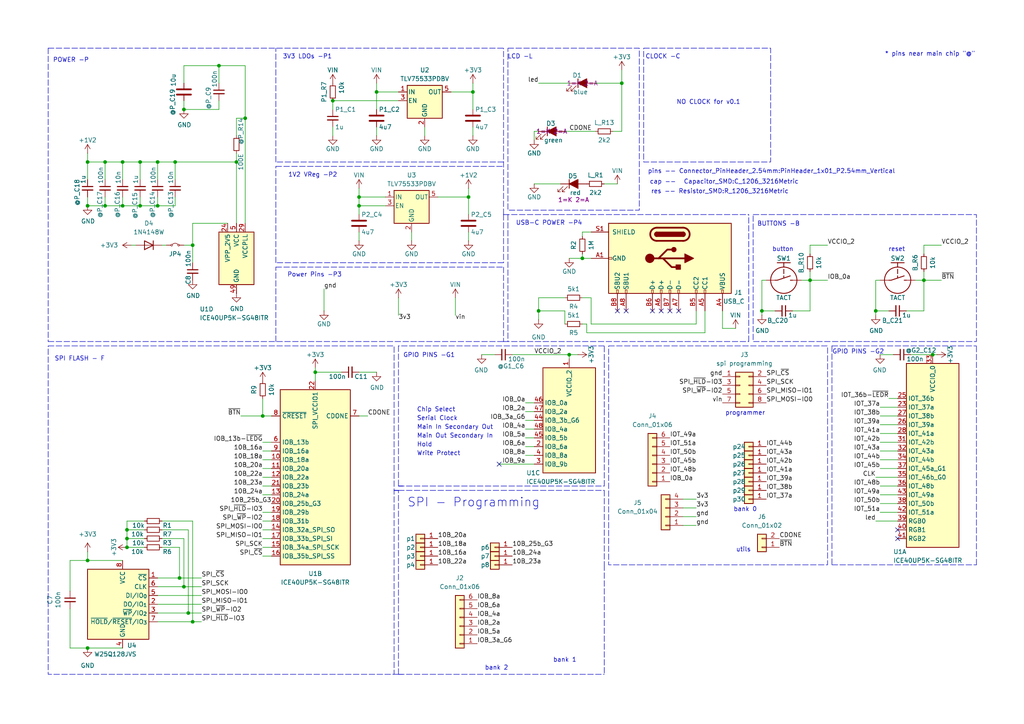
<source format=kicad_sch>
(kicad_sch (version 20250114) (generator "eeschema") (generator_version "9.0")
  (paper "A4")
  (rectangle (start 186.69 13.97) (end 223.52 46.99) (stroke (width 0) (type dash)))
  (rectangle (start 13.97 100.33) (end 114.3 195.58) (stroke (width 0) (type dash)))
  (rectangle (start 218.44 62.23) (end 283.21 99.06) (stroke (width 0) (type dash)))
  (rectangle (start 147.32 13.97) (end 185.42 60.96) (stroke (width 0) (type dash)))
  (rectangle (start 176.53 100.33) (end 240.03 163.83) (stroke (width 0) (type dash)))
  (text "bank 1" (at 163.83 191.516 0) (effects (font (size 1.27 1.27))))
  (text "bank 2" (at 144.018 193.802 0) (effects (font (size 1.27 1.27))))
  (text "USB-C POWER -P4" (at 159.258 64.77 0) (effects (font (size 1.27 1.27))))
  (text "POWER -P\n\n" (at 20.574 18.542 0) (effects (font (size 1.27 1.27))))
  (text "cap --	Capacitor_SMD:C_1206_3216Metric" (at 210.058 52.832 0) (effects (font (size 1.27 1.27))))
  (text "res -- Resistor_SMD:R_1206_3216Metric\n" (at 208.788 55.626 0) (effects (font (size 1.27 1.27))))
  (text "Serial Clock" (at 120.904 122.174 0) (effects (font (size 1.27 1.27)) (justify left bottom)))
  (text "Main In Secondary Out" (at 120.904 124.714 0) (effects (font (size 1.27 1.27)) (justify left bottom)))
  (text "pins -- Connector_PinHeader_2.54mm:PinHeader_1x01_P2.54mm_Vertical" (at 223.774 49.784 0) (effects (font (size 1.27 1.27))))
  (text "button\n" (at 227.076 72.39 0) (effects (font (size 1.27 1.27))))
  (text "1V2 VReg -P2\n" (at 83.566 51.562 0) (effects (font (size 1.27 1.27)) (justify left bottom)))
  (text "GPIO PINS -G2" (at 248.92 102.108 0) (effects (font (size 1.27 1.27))))
  (text "Power Pins -P3\n" (at 83.312 80.518 0) (effects (font (size 1.27 1.27)) (justify left bottom)))
  (text "CLOCK -C" (at 192.278 16.51 0) (effects (font (size 1.27 1.27))))
  (text "reset" (at 260.096 72.39 0) (effects (font (size 1.27 1.27))))
  (text "Write Protect" (at 120.904 132.334 0) (effects (font (size 1.27 1.27)) (justify left bottom)))
  (text "Main Out Secondary In" (at 120.904 127.254 0) (effects (font (size 1.27 1.27)) (justify left bottom)))
  (text "LCD -L" (at 150.876 16.51 0) (effects (font (size 1.27 1.27))))
  (text "utils\n" (at 215.646 159.512 0) (effects (font (size 1.27 1.27))))
  (text "programmer" (at 216.154 119.888 0) (effects (font (size 1.27 1.27))))
  (text "SPI - Programming" (at 118.11 147.32 0) (effects (font (size 2.54 2.54)) (justify left bottom)))
  (text "Hold" (at 120.904 129.794 0) (effects (font (size 1.27 1.27)) (justify left bottom)))
  (text "NO CLOCK for v0.1" (at 205.486 29.718 0) (effects (font (size 1.27 1.27))))
  (text "BUTTONS -B\n" (at 225.806 65.024 0) (effects (font (size 1.27 1.27))))
  (text "3V3 LDOs -P1" (at 89.154 16.51 0) (effects (font (size 1.27 1.27))))
  (text "bank 0" (at 216.154 147.828 0) (effects (font (size 1.27 1.27))))
  (text "Chip Select" (at 120.904 119.634 0) (effects (font (size 1.27 1.27)) (justify left bottom)))
  (text "GPIO PINS -G1" (at 124.46 103.124 0) (effects (font (size 1.27 1.27))))
  (text "SPI FLASH - F\n" (at 23.114 104.14 0) (effects (font (size 1.27 1.27))))
  (text "* pins near main chip \"@\"" (at 269.748 15.748 0) (effects (font (size 1.27 1.27))))
  (junction (at 30.48 59.69))
  (junction (at 50.8 46.99))
  (junction (at 137.16 26.67))
  (junction (at 52.07 167.64))
  (junction (at 30.48 46.99))
  (junction (at 168.91 74.93))
  (junction (at 25.4 59.69))
  (junction (at 165.1 102.87))
  (junction (at 40.64 46.99))
  (junction (at 68.58 46.99))
  (junction (at 156.21 90.17))
  (junction (at 35.56 46.99))
  (junction (at 109.22 26.67))
  (junction (at 71.12 34.29))
  (junction (at 270.51 102.87))
  (junction (at 53.34 170.18))
  (junction (at 220.98 90.17))
  (junction (at 234.95 81.28))
  (junction (at 25.4 46.99))
  (junction (at 36.83 158.75))
  (junction (at 36.83 156.21))
  (junction (at 104.14 57.15))
  (junction (at 45.72 59.69))
  (junction (at 40.64 59.69))
  (junction (at 63.5 19.05))
  (junction (at 45.72 46.99))
  (junction (at 76.2 120.65))
  (junction (at 254 90.17))
  (junction (at 54.61 177.8))
  (junction (at 135.89 57.15))
  (junction (at 25.4 162.56))
  (junction (at 180.34 24.13))
  (junction (at 53.34 31.75))
  (junction (at 35.56 59.69))
  (junction (at 104.14 59.69))
  (junction (at 25.4 187.96))
  (junction (at 267.97 81.28))
  (junction (at 55.88 180.34))
  (junction (at 36.83 153.67))
  (junction (at 55.88 71.12))
  (junction (at 91.44 107.95))
  (junction (at 96.52 29.21))
  (no_connect (at 191.77 90.17))
  (no_connect (at 144.78 134.62))
  (no_connect (at 196.85 90.17))
  (no_connect (at 194.31 90.17))
  (no_connect (at 260.35 153.67))
  (no_connect (at 181.61 90.17))
  (no_connect (at 260.35 156.21))
  (no_connect (at 189.23 90.17))
  (no_connect (at 179.07 90.17))
  (polyline (pts (xy 175.26 163.83) (xy 175.26 195.58)) (stroke (width 0) (type dash)))
  (polyline (pts (xy 241.3 100.33) (xy 283.21 100.33)) (stroke (width 0) (type dash)))
  (wire (pts (xy 163.83 38.1) (xy 172.72 38.1)))
  (wire (pts (xy 172.72 24.13) (xy 180.34 24.13)))
  (wire (pts (xy 156.21 24.13) (xy 165.1 24.13)))
  (wire (pts (xy 25.4 187.96) (xy 35.56 187.96)))
  (wire (pts (xy 204.47 90.17) (xy 204.47 96.52)))
  (polyline (pts (xy 13.97 13.97) (xy 146.05 13.97)) (stroke (width 0) (type dash)))
  (wire (pts (xy 115.57 86.36) (xy 115.57 91.44)))
  (wire (pts (xy 254 90.17) (xy 257.81 90.17)))
  (wire (pts (xy 180.34 20.32) (xy 180.34 24.13)))
  (wire (pts (xy 93.98 83.82) (xy 93.98 90.17)))
  (wire (pts (xy 171.45 93.98) (xy 171.45 86.36)))
  (wire (pts (xy 135.89 57.15) (xy 135.89 62.23)))
  (wire (pts (xy 156.21 92.71) (xy 156.21 90.17)))
  (wire (pts (xy 104.14 120.65) (xy 106.68 120.65)))
  (wire (pts (xy 25.4 59.69) (xy 30.48 59.69)))
  (wire (pts (xy 234.95 90.17) (xy 234.95 81.28)))
  (wire (pts (xy 96.52 29.21) (xy 115.57 29.21)))
  (wire (pts (xy 201.93 93.98) (xy 171.45 93.98)))
  (polyline (pts (xy 13.97 13.97) (xy 13.97 99.06)) (stroke (width 0) (type dash)))
  (wire (pts (xy 104.14 57.15) (xy 111.76 57.15)))
  (wire (pts (xy 168.91 73.66) (xy 168.91 74.93)))
  (wire (pts (xy 255.27 133.35) (xy 260.35 133.35)))
  (polyline (pts (xy 115.57 100.33) (xy 115.57 140.97)) (stroke (width 0) (type dash)))
  (wire (pts (xy 109.22 26.67) (xy 109.22 24.13)))
  (wire (pts (xy 68.58 39.37) (xy 68.58 34.29)))
  (wire (pts (xy 20.32 162.56) (xy 25.4 162.56)))
  (wire (pts (xy 55.88 76.2) (xy 55.88 71.12)))
  (wire (pts (xy 71.12 34.29) (xy 71.12 64.77)))
  (wire (pts (xy 76.2 115.57) (xy 76.2 120.65)))
  (wire (pts (xy 220.98 90.17) (xy 220.98 81.28)))
  (wire (pts (xy 40.64 46.99) (xy 35.56 46.99)))
  (wire (pts (xy 68.58 44.45) (xy 68.58 46.99)))
  (polyline (pts (xy 34.29 214.63) (xy 129.54 214.63)) (stroke (width 0) (type dash)))
  (wire (pts (xy 123.19 36.83) (xy 123.19 39.37)))
  (wire (pts (xy 76.2 138.43) (xy 78.74 138.43)))
  (wire (pts (xy 220.98 91.44) (xy 220.98 90.17)))
  (wire (pts (xy 76.2 158.75) (xy 78.74 158.75)))
  (wire (pts (xy 45.72 46.99) (xy 50.8 46.99)))
  (wire (pts (xy 229.87 90.17) (xy 234.95 90.17)))
  (polyline (pts (xy 241.3 100.33) (xy 241.3 163.83)) (stroke (width 0) (type dash)))
  (wire (pts (xy 204.47 96.52) (xy 170.18 96.52)))
  (wire (pts (xy 45.72 180.34) (xy 55.88 180.34)))
  (wire (pts (xy 40.64 57.15) (xy 40.64 59.69)))
  (wire (pts (xy 254 90.17) (xy 254 81.28)))
  (wire (pts (xy 76.2 120.65) (xy 78.74 120.65)))
  (polyline (pts (xy 80.01 77.47) (xy 146.05 77.47)) (stroke (width 0) (type dash)))
  (wire (pts (xy 46.99 151.13) (xy 55.88 151.13)))
  (wire (pts (xy 36.83 151.13) (xy 36.83 153.67)))
  (wire (pts (xy 104.14 67.31) (xy 104.14 69.85)))
  (wire (pts (xy 257.81 115.57) (xy 260.35 115.57)))
  (wire (pts (xy 135.89 57.15) (xy 135.89 54.61)))
  (polyline (pts (xy 115.57 140.97) (xy 175.26 140.97)) (stroke (width 0) (type dash)))
  (wire (pts (xy 267.97 71.12) (xy 267.97 73.66)))
  (wire (pts (xy 68.58 34.29) (xy 71.12 34.29)))
  (wire (pts (xy 254 138.43) (xy 260.35 138.43)))
  (wire (pts (xy 76.2 133.35) (xy 78.74 133.35)))
  (wire (pts (xy 144.78 134.62) (xy 154.94 134.62)))
  (polyline (pts (xy 114.3 195.58) (xy 116.84 195.58)))
  (wire (pts (xy 55.88 64.77) (xy 66.04 64.77)))
  (wire (pts (xy 220.98 81.28) (xy 222.25 81.28)))
  (polyline (pts (xy 175.26 142.24) (xy 175.26 163.83)) (stroke (width 0) (type dash)))
  (wire (pts (xy 55.88 64.77) (xy 55.88 71.12)))
  (wire (pts (xy 45.72 46.99) (xy 40.64 46.99)))
  (polyline (pts (xy 146.05 62.23) (xy 217.17 62.23)) (stroke (width 0) (type dash)))
  (polyline (pts (xy 175.26 100.33) (xy 115.57 100.33)) (stroke (width 0) (type dash)))
  (wire (pts (xy 152.4 132.08) (xy 154.94 132.08)))
  (polyline (pts (xy 114.3 142.24) (xy 115.57 142.24)))
  (wire (pts (xy 54.61 177.8) (xy 58.42 177.8)))
  (wire (pts (xy 270.51 102.87) (xy 271.78 102.87)))
  (wire (pts (xy 234.95 81.28) (xy 234.95 78.74)))
  (wire (pts (xy 25.4 57.15) (xy 25.4 59.69)))
  (wire (pts (xy 41.91 153.67) (xy 36.83 153.67)))
  (wire (pts (xy 255.27 140.97) (xy 260.35 140.97)))
  (wire (pts (xy 76.2 128.27) (xy 78.74 128.27)))
  (polyline (pts (xy 217.17 99.06) (xy 217.17 62.23)) (stroke (width 0) (type dash)))
  (polyline (pts (xy 115.57 195.58) (xy 115.57 142.24)) (stroke (width 0) (type dash)))
  (polyline (pts (xy 175.26 140.97) (xy 175.26 100.33)) (stroke (width 0) (type dash)))
  (wire (pts (xy 45.72 46.99) (xy 45.72 52.07)))
  (wire (pts (xy 45.72 175.26) (xy 58.42 175.26)))
  (wire (pts (xy 40.64 59.69) (xy 35.56 59.69)))
  (polyline (pts (xy 13.97 99.06) (xy 146.05 99.06)) (stroke (width 0) (type dash)))
  (wire (pts (xy 76.2 135.89) (xy 78.74 135.89)))
  (wire (pts (xy 76.2 161.29) (xy 78.74 161.29)))
  (wire (pts (xy 165.1 104.14) (xy 165.1 102.87)))
  (wire (pts (xy 156.21 86.36) (xy 156.21 90.17)))
  (wire (pts (xy 38.1 71.12) (xy 39.37 71.12)))
  (wire (pts (xy 109.22 26.67) (xy 115.57 26.67)))
  (wire (pts (xy 25.4 160.02) (xy 25.4 162.56)))
  (wire (pts (xy 267.97 81.28) (xy 267.97 78.74)))
  (wire (pts (xy 152.4 119.38) (xy 154.94 119.38)))
  (wire (pts (xy 220.98 90.17) (xy 224.79 90.17)))
  (polyline (pts (xy 115.57 140.97) (xy 116.84 140.97)) (stroke (width 0) (type dash)))
  (wire (pts (xy 76.2 130.81) (xy 78.74 130.81)))
  (wire (pts (xy 46.99 153.67) (xy 54.61 153.67)))
  (wire (pts (xy 30.48 46.99) (xy 25.4 46.99)))
  (polyline (pts (xy 115.57 195.58) (xy 175.26 195.58)) (stroke (width 0) (type dash)))
  (wire (pts (xy 45.72 170.18) (xy 53.34 170.18)))
  (wire (pts (xy 152.4 127) (xy 154.94 127)))
  (polyline (pts (xy 80.01 99.06) (xy 80.01 77.47)) (stroke (width 0) (type dash)))
  (wire (pts (xy 45.72 172.72) (xy 58.42 172.72)))
  (wire (pts (xy 76.2 153.67) (xy 78.74 153.67)))
  (wire (pts (xy 139.7 102.87) (xy 143.51 102.87)))
  (wire (pts (xy 50.8 46.99) (xy 50.8 52.07)))
  (polyline (pts (xy 146.05 76.2) (xy 80.01 76.2)) (stroke (width 0) (type dash)))
  (wire (pts (xy 71.12 34.29) (xy 71.12 19.05)))
  (polyline (pts (xy 147.32 62.23) (xy 147.32 99.06)) (stroke (width 0) (type dash)))
  (wire (pts (xy 69.85 120.65) (xy 76.2 120.65)))
  (wire (pts (xy 36.83 153.67) (xy 36.83 156.21)))
  (wire (pts (xy 201.93 90.17) (xy 201.93 93.98)))
  (wire (pts (xy 45.72 59.69) (xy 40.64 59.69)))
  (wire (pts (xy 163.83 93.98) (xy 163.83 90.17)))
  (polyline (pts (xy 146.05 77.47) (xy 146.05 99.06)) (stroke (width 0) (type dash)))
  (wire (pts (xy 35.56 59.69) (xy 35.56 57.15)))
  (wire (pts (xy 254 81.28) (xy 255.27 81.28)))
  (wire (pts (xy 154.94 53.34) (xy 162.56 53.34)))
  (wire (pts (xy 30.48 46.99) (xy 30.48 52.07)))
  (wire (pts (xy 201.93 147.32) (xy 198.12 147.32)))
  (polyline (pts (xy 283.21 163.83) (xy 283.21 100.33)) (stroke (width 0) (type dash)))
  (wire (pts (xy 52.07 167.64) (xy 58.42 167.64)))
  (wire (pts (xy 50.8 46.99) (xy 68.58 46.99)))
  (polyline (pts (xy 80.01 48.26) (xy 146.05 48.26)) (stroke (width 0) (type dash)))
  (wire (pts (xy 254 91.44) (xy 254 90.17)))
  (wire (pts (xy 267.97 90.17) (xy 267.97 81.28)))
  (wire (pts (xy 234.95 71.12) (xy 234.95 73.66)))
  (wire (pts (xy 240.03 71.12) (xy 234.95 71.12)))
  (wire (pts (xy 170.18 96.52) (xy 170.18 93.98)))
  (wire (pts (xy 53.34 24.13) (xy 53.34 19.05)))
  (wire (pts (xy 154.94 38.1) (xy 154.94 40.64)))
  (wire (pts (xy 55.88 180.34) (xy 58.42 180.34)))
  (wire (pts (xy 180.34 24.13) (xy 180.34 38.1)))
  (wire (pts (xy 96.52 39.37) (xy 96.52 36.83)))
  (wire (pts (xy 165.1 74.93) (xy 168.91 74.93)))
  (wire (pts (xy 50.8 57.15) (xy 50.8 59.69)))
  (polyline (pts (xy 114.3 142.24) (xy 115.57 142.24)))
  (wire (pts (xy 76.2 151.13) (xy 78.74 151.13)))
  (wire (pts (xy 53.34 29.21) (xy 53.34 31.75)))
  (wire (pts (xy 255.27 118.11) (xy 260.35 118.11)))
  (wire (pts (xy 52.07 158.75) (xy 52.07 167.64)))
  (wire (pts (xy 20.32 171.45) (xy 20.32 162.56)))
  (wire (pts (xy 55.88 151.13) (xy 55.88 180.34)))
  (wire (pts (xy 209.55 95.25) (xy 213.36 95.25)))
  (wire (pts (xy 201.93 149.86) (xy 198.12 149.86)))
  (wire (pts (xy 25.4 162.56) (xy 35.56 162.56)))
  (polyline (pts (xy 80.01 46.99) (xy 80.01 13.97)) (stroke (width 0) (type dash)))
  (wire (pts (xy 104.14 59.69) (xy 111.76 59.69)))
  (wire (pts (xy 132.08 86.36) (xy 132.08 91.44)))
  (polyline (pts (xy 80.01 76.2) (xy 80.01 48.26)) (stroke (width 0) (type dash)))
  (polyline (pts (xy 146.05 99.06) (xy 217.17 99.06)) (stroke (width 0) (type dash)))
  (wire (pts (xy 255.27 148.59) (xy 260.35 148.59)))
  (wire (pts (xy 168.91 74.93) (xy 171.45 74.93)))
  (wire (pts (xy 255.27 123.19) (xy 260.35 123.19)))
  (wire (pts (xy 76.2 148.59) (xy 78.74 148.59)))
  (wire (pts (xy 234.95 81.28) (xy 240.03 81.28)))
  (wire (pts (xy 30.48 59.69) (xy 35.56 59.69)))
  (wire (pts (xy 254 151.13) (xy 260.35 151.13)))
  (wire (pts (xy 25.4 44.45) (xy 25.4 46.99)))
  (wire (pts (xy 109.22 107.95) (xy 104.14 107.95)))
  (wire (pts (xy 50.8 59.69) (xy 45.72 59.69)))
  (wire (pts (xy 255.27 135.89) (xy 260.35 135.89)))
  (wire (pts (xy 91.44 107.95) (xy 99.06 107.95)))
  (wire (pts (xy 127 57.15) (xy 135.89 57.15)))
  (wire (pts (xy 170.18 93.98) (xy 168.91 93.98)))
  (wire (pts (xy 171.45 86.36) (xy 168.91 86.36)))
  (wire (pts (xy 96.52 29.21) (xy 96.52 31.75)))
  (wire (pts (xy 264.16 102.87) (xy 270.51 102.87)))
  (wire (pts (xy 30.48 57.15) (xy 30.48 59.69)))
  (wire (pts (xy 25.4 46.99) (xy 25.4 52.07)))
  (wire (pts (xy 76.2 140.97) (xy 78.74 140.97)))
  (polyline (pts (xy 241.3 163.83) (xy 283.21 163.83)) (stroke (width 0) (type dash)))
  (wire (pts (xy 201.93 152.4) (xy 198.12 152.4)))
  (wire (pts (xy 63.5 19.05) (xy 63.5 24.13)))
  (wire (pts (xy 255.27 128.27) (xy 260.35 128.27)))
  (wire (pts (xy 46.99 158.75) (xy 52.07 158.75)))
  (wire (pts (xy 76.2 156.21) (xy 78.74 156.21)))
  (wire (pts (xy 130.81 26.67) (xy 137.16 26.67)))
  (wire (pts (xy 152.4 124.46) (xy 154.94 124.46)))
  (wire (pts (xy 63.5 29.21) (xy 63.5 31.75)))
  (wire (pts (xy 137.16 26.67) (xy 137.16 24.13)))
  (wire (pts (xy 152.4 121.92) (xy 154.94 121.92)))
  (wire (pts (xy 91.44 107.95) (xy 91.44 110.49)))
  (wire (pts (xy 163.83 90.17) (xy 156.21 90.17)))
  (wire (pts (xy 137.16 39.37) (xy 137.16 36.83)))
  (wire (pts (xy 20.32 176.53) (xy 20.32 187.96)))
  (wire (pts (xy 53.34 71.12) (xy 55.88 71.12)))
  (wire (pts (xy 201.93 144.78) (xy 198.12 144.78)))
  (wire (pts (xy 53.34 31.75) (xy 63.5 31.75)))
  (wire (pts (xy 255.27 120.65) (xy 260.35 120.65)))
  (wire (pts (xy 36.83 156.21) (xy 41.91 156.21)))
  (wire (pts (xy 68.58 46.99) (xy 68.58 64.77)))
  (polyline (pts (xy 146.05 46.99) (xy 80.01 46.99)) (stroke (width 0) (type dash)))
  (wire (pts (xy 76.2 143.51) (xy 78.74 143.51)))
  (wire (pts (xy 255.27 143.51) (xy 260.35 143.51)))
  (polyline (pts (xy 146.05 62.23) (xy 146.05 76.2)) (stroke (width 0) (type dash)))
  (wire (pts (xy 262.89 90.17) (xy 267.97 90.17)))
  (wire (pts (xy 104.14 62.23) (xy 104.14 59.69)))
  (wire (pts (xy 232.41 81.28) (xy 234.95 81.28)))
  (wire (pts (xy 91.44 106.68) (xy 91.44 107.95)))
  (wire (pts (xy 54.61 153.67) (xy 54.61 177.8)))
  (wire (pts (xy 35.56 46.99) (xy 30.48 46.99)))
  (wire (pts (xy 45.72 167.64) (xy 52.07 167.64)))
  (polyline (pts (xy 115.57 142.24) (xy 175.26 142.24)) (stroke (width 0) (type dash)))
  (wire (pts (xy 41.91 151.13) (xy 36.83 151.13)))
  (wire (pts (xy 255.27 102.87) (xy 259.08 102.87)))
  (wire (pts (xy 104.14 57.15) (xy 104.14 54.61)))
  (wire (pts (xy 135.89 69.85) (xy 135.89 67.31)))
  (wire (pts (xy 41.91 158.75) (xy 36.83 158.75)))
  (wire (pts (xy 255.27 125.73) (xy 260.35 125.73)))
  (wire (pts (xy 119.38 67.31) (xy 119.38 69.85)))
  (wire (pts (xy 255.27 130.81) (xy 260.35 130.81)))
  (wire (pts (xy 45.72 57.15) (xy 45.72 59.69)))
  (wire (pts (xy 255.27 146.05) (xy 260.35 146.05)))
  (wire (pts (xy 35.56 46.99) (xy 35.56 52.07)))
  (wire (pts (xy 152.4 116.84) (xy 154.94 116.84)))
  (wire (pts (xy 53.34 170.18) (xy 58.42 170.18)))
  (wire (pts (xy 53.34 156.21) (xy 53.34 170.18)))
  (wire (pts (xy 46.99 156.21) (xy 53.34 156.21)))
  (wire (pts (xy 109.22 36.83) (xy 109.22 39.37)))
  (wire (pts (xy 154.94 38.1) (xy 156.21 38.1)))
  (wire (pts (xy 168.91 68.58) (xy 168.91 67.31)))
  (wire (pts (xy 273.05 71.12) (xy 267.97 71.12)))
  (wire (pts (xy 177.8 38.1) (xy 180.34 38.1)))
  (wire (pts (xy 45.72 177.8) (xy 54.61 177.8)))
  (wire (pts (xy 20.32 187.96) (xy 25.4 187.96)))
  (wire (pts (xy 175.26 53.34) (xy 179.07 53.34)))
  (wire (pts (xy 36.83 156.21) (xy 36.83 158.75)))
  (wire (pts (xy 53.34 19.05) (xy 63.5 19.05)))
  (wire (pts (xy 165.1 102.87) (xy 148.59 102.87)))
  (wire (pts (xy 104.14 59.69) (xy 104.14 57.15)))
  (wire (pts (xy 46.99 71.12) (xy 48.26 71.12)))
  (wire (pts (xy 168.91 67.31) (xy 171.45 67.31)))
  (wire (pts (xy 109.22 31.75) (xy 109.22 26.67)))
  (wire (pts (xy 167.64 102.87) (xy 165.1 102.87)))
  (wire (pts (xy 63.5 19.05) (xy 71.12 19.05)))
  (wire (pts (xy 163.83 86.36) (xy 156.21 86.36)))
  (wire (pts (xy 137.16 26.67) (xy 137.16 31.75)))
  (wire (pts (xy 40.64 46.99) (xy 40.64 52.07)))
  (wire (pts (xy 265.43 81.28) (xy 267.97 81.28)))
  (wire (pts (xy 209.55 90.17) (xy 209.55 95.25)))
  (wire (pts (xy 152.4 129.54) (xy 154.94 129.54)))
  (wire (pts (xy 267.97 81.28) (xy 273.05 81.28)))
  (polyline (pts (xy 146.05 62.23) (xy 146.05 13.97)) (stroke (width 0) (type dash)))
  (label "CLK" (at 254 138.43 180))
  (label "IOT_51a" (at 194.31 129.54 0))
  (label "~{BTN}" (at 69.85 120.65 180))
  (label "IOT_50b" (at 255.27 146.05 180))
  (label "SPI_~{WP}-IO2" (at 209.55 114.3 180))
  (label "IOB_6a" (at 152.4 129.54 180))
  (label "IOT_48b" (at 194.31 137.16 0))
  (label "IOT_48b" (at 255.27 140.97 180))
  (label "10B_23a" (at 148.59 163.83 0))
  (label "~{BTN}" (at 226.06 158.75 0))
  (label "VCCIO_2" (at 154.94 102.87 0))
  (label "10B_23a" (at 76.2 140.97 180))
  (label "gnd" (at 201.93 149.86 0))
  (label "IOB_0a" (at 240.03 81.28 0))
  (label "IOT_38b" (at 222.25 142.24 0))
  (label "SPI_~{WP}-IO2" (at 76.2 151.13 180))
  (label "SPI_~{CS}" (at 222.25 109.22 0))
  (label "10B_22a" (at 76.2 138.43 180))
  (label "gnd" (at 201.93 152.4 0))
  (label "3v3" (at 201.93 147.32 0))
  (label "IOB_0a" (at 194.31 139.7 0))
  (label "10B_18a" (at 76.2 133.35 180))
  (label "SPI_~{HLD}-IO3" (at 76.2 148.59 180))
  (label "10B_20a" (at 127 156.21 0))
  (label "IOB_5a" (at 138.43 184.15 0))
  (label "led" (at 156.21 24.13 180))
  (label "CDONE" (at 106.68 120.65 0))
  (label "IOT_39a" (at 222.25 139.7 0))
  (label "vin" (at 132.08 91.44 0))
  (label "IOB_4a" (at 138.43 179.07 0))
  (label "IOT_37a" (at 222.25 144.78 0))
  (label "10B_24a" (at 76.2 143.51 180))
  (label "SPI_~{CS}" (at 76.2 161.29 180))
  (label "IOB_0a" (at 152.4 116.84 180))
  (label "IOT_41a" (at 222.25 137.16 0))
  (label "IOT_42b" (at 222.25 134.62 0))
  (label "IOT_44b" (at 255.27 133.35 180))
  (label "IOB_9a" (at 152.4 134.62 180))
  (label "CDONE" (at 165.1 38.1 0))
  (label "IOT_41a" (at 255.27 125.73 180))
  (label "3v3" (at 201.93 144.78 0))
  (label "IOT_36b-~{LEDR}" (at 257.81 115.57 180))
  (label "10B_18a" (at 127 158.75 0))
  (label "IOT_37a" (at 255.27 118.11 180))
  (label "CDONE" (at 226.06 156.21 0))
  (label "SPI_MOSI-IO0" (at 76.2 153.67 180))
  (label "SPI_MISO-IO1" (at 222.25 114.3 0))
  (label "IOT_51a" (at 255.27 148.59 180))
  (label "10B_16a" (at 127 161.29 0))
  (label "IOB_2a" (at 138.43 181.61 0))
  (label "IOB_5a" (at 152.4 127 180))
  (label "VCCIO_2" (at 240.03 71.12 0))
  (label "~{BTN}" (at 273.05 81.28 0))
  (label "SPI_~{HLD}-IO3" (at 58.42 180.34 0))
  (label "IOT_49a" (at 255.27 143.51 180))
  (label "IOT_39a" (at 255.27 123.19 180))
  (label "10B_25b_G3" (at 148.59 158.75 0))
  (label "IOT_44b" (at 222.25 129.54 0))
  (label "SPI_MISO-IO1" (at 58.42 175.26 0))
  (label "IOB_8a" (at 138.43 173.99 0))
  (label "IOT_42b" (at 255.27 128.27 180))
  (label "SPI_SCK" (at 58.42 170.18 0))
  (label "10B_25b_G3" (at 78.74 146.05 180))
  (label "IOT_45b" (at 194.31 134.62 0))
  (label "IOB_4a" (at 152.4 124.46 180))
  (label "VCCIO_2" (at 273.05 71.12 0))
  (label "IOT_43a" (at 255.27 130.81 180))
  (label "IOB_3a_G6" (at 138.43 186.69 0))
  (label "3v3" (at 115.57 91.44 0))
  (label "IOB_13b-~{LEDG}" (at 76.2 128.27 180))
  (label "SPI_MISO-IO1" (at 76.2 156.21 180))
  (label "gnd" (at 209.55 109.22 180))
  (label "IOT_38b" (at 255.27 120.65 180))
  (label "IOT_45b" (at 255.27 135.89 180))
  (label "IOB_6a" (at 138.43 176.53 0))
  (label "IOT_49a" (at 194.31 127 0))
  (label "IOB_2a" (at 152.4 119.38 180))
  (label "10B_24a" (at 148.59 161.29 0))
  (label "IOT_43a" (at 222.25 132.08 0))
  (label "gnd" (at 93.98 83.82 0))
  (label "SPI_MOSI-IO0" (at 58.42 172.72 0))
  (label "SPI_~{HLD}-IO3" (at 209.55 111.76 180))
  (label "SPI_SCK" (at 222.25 111.76 0))
  (label "IOB_3a_G6" (at 152.4 121.92 180))
  (label "SPI_~{CS}" (at 58.42 167.64 0))
  (label "IOT_50b" (at 194.31 132.08 0))
  (label "SPI_MOSI-IO0" (at 222.25 116.84 0))
  (label "10B_22a" (at 127 163.83 0))
  (label "10B_20a" (at 76.2 135.89 180))
  (label "SPI_SCK" (at 76.2 158.75 180))
  (label "led" (at 254 151.13 180))
  (label "vin" (at 209.55 116.84 180))
  (label "10B_16a" (at 76.2 130.81 180))
  (label "SPI_~{WP}-IO2" (at 58.42 177.8 0))
  (label "IOB_8a" (at 152.4 132.08 180))
  (symbol (lib_id "power:GND") (at 68.58 85.09 0) (unit 1)
    (property "Reference" "#PWR01" (effects (hide yes)))
    (property "Value" "GND" (at 68.707 89.5604 0))
    (property "Description" "Power symbol creates a global label with name \"GND\" , ground" (effects (hide yes)))
  )
  (symbol (lib_id "Device:C_Small") (at 50.8 54.61 0) (mirror y) (unit 1)
    (property "Reference" "@P_C13" (at 49.53 63.246 90) (effects (justify left)))
    (property "Value" "10n" (at 49.53 53.34 90) (effects (justify left)))
    (property "Footprint" "Capacitor_SMD:C_0805_2012Metric_Pad1.18x1.45mm_HandSolder" (effects (hide yes)))
    (property "Description" "Unpolarized capacitor, small symbol" (effects (hide yes)))
    (property "Source" "ANY" (effects (hide yes)))
    (property "Key" "cap-cer-0402-10n" (effects (hide yes)))
  )
  (symbol (lib_id "Device:C_Small") (at 45.72 54.61 0) (mirror y) (unit 1)
    (property "Reference" "@P_C14" (at 44.196 63.246 90) (effects (justify left)))
    (property "Value" "100n" (at 44.45 53.34 90) (effects (justify left)))
    (property "Footprint" "Capacitor_SMD:C_0805_2012Metric_Pad1.18x1.45mm_HandSolder" (effects (hide yes)))
    (property "Description" "Unpolarized capacitor, small symbol" (effects (hide yes)))
    (property "Source" "ANY" (effects (hide yes)))
    (property "Key" "cap-cer-0402-100n" (effects (hide yes)))
  )
  (symbol (lib_id "Device:C_Small") (at 40.64 54.61 0) (mirror y) (unit 1)
    (property "Reference" "@P_C15" (at 39.116 63.5 90) (effects (justify left)))
    (property "Value" "1u" (at 39.37 53.34 90) (effects (justify left)))
    (property "Footprint" "Capacitor_SMD:C_0805_2012Metric_Pad1.18x1.45mm_HandSolder" (effects (hide yes)))
    (property "Description" "Unpolarized capacitor, small symbol" (effects (hide yes)))
    (property "Source" "ANY" (effects (hide yes)))
    (property "Key" "cap-cer-0402-1u" (effects (hide yes)))
  )
  (symbol (lib_id "icebreaker-bitsy-rescue:pkl_C-pkl_device") (at 109.22 34.29 0) (unit 1)
    (property "Reference" "P1_C2" (at 109.855 31.75 0) (effects (justify left)))
    (property "Value" "4u7" (at 109.855 36.83 0) (effects (justify left)))
    (property "Footprint" "Capacitor_SMD:C_0805_2012Metric_Pad1.18x1.45mm_HandSolder" (effects (hide yes)))
    (property "Source" "ANY" (effects (hide yes)))
    (property "Key" "cap-cer-0603-4u7" (effects (hide yes)))
  )
  (symbol (lib_id "power:GND") (at 109.22 39.37 0) (unit 1)
    (property "Reference" "#PWR081" (effects (hide yes)))
    (property "Value" "GND" (at 109.22 43.18 0))
    (property "Description" "Power symbol creates a global label with name \"GND\" , ground" (effects (hide yes)))
  )
  (symbol (lib_id "icebreaker-bitsy-rescue:pkl_C-pkl_device") (at 137.16 34.29 0) (unit 1)
    (property "Reference" "P1_C3" (at 137.795 31.75 0) (effects (justify left)))
    (property "Value" "4u7" (at 137.795 36.83 0) (effects (justify left)))
    (property "Footprint" "Capacitor_SMD:C_0805_2012Metric_Pad1.18x1.45mm_HandSolder" (effects (hide yes)))
    (property "Source" "ANY" (effects (hide yes)))
    (property "Key" "cap-cer-0603-4u7" (effects (hide yes)))
  )
  (symbol (lib_id "power:GND") (at 123.19 39.37 0) (unit 1)
    (property "Reference" "#PWR082" (effects (hide yes)))
    (property "Value" "GND" (at 123.19 43.18 0))
    (property "Description" "Power symbol creates a global label with name \"GND\" , ground" (effects (hide yes)))
  )
  (symbol (lib_id "power:+3V3") (at 137.16 24.13 0) (unit 1)
    (property "Reference" "#PWR084" (effects (hide yes)))
    (property "Value" "+3V3" (at 137.16 20.32 0))
    (property "Description" "Power symbol creates a global label with name \"+3V3\"" (effects (hide yes)))
  )
  (symbol (lib_id "icebreaker-bitsy-rescue:pkl_C-pkl_device") (at 104.14 64.77 0) (unit 1)
    (property "Reference" "P2_C4" (at 104.775 62.23 0) (effects (justify left)))
    (property "Value" "4u7" (at 104.775 67.31 0) (effects (justify left)))
    (property "Footprint" "Capacitor_SMD:C_0805_2012Metric_Pad1.18x1.45mm_HandSolder" (effects (hide yes)))
    (property "Source" "ANY" (effects (hide yes)))
    (property "Key" "cap-cer-0603-4u7" (effects (hide yes)))
  )
  (symbol (lib_id "power:GND") (at 104.14 69.85 0) (unit 1)
    (property "Reference" "#PWR085" (effects (hide yes)))
    (property "Value" "GND" (at 104.14 73.66 0))
    (property "Description" "Power symbol creates a global label with name \"GND\" , ground" (effects (hide yes)))
  )
  (symbol (lib_id "icebreaker-bitsy-rescue:pkl_C-pkl_device") (at 135.89 64.77 0) (unit 1)
    (property "Reference" "P2_C5" (at 136.525 62.23 0) (effects (justify left)))
    (property "Value" "4u7" (at 136.525 67.31 0) (effects (justify left)))
    (property "Footprint" "Capacitor_SMD:C_0805_2012Metric_Pad1.18x1.45mm_HandSolder" (effects (hide yes)))
    (property "Source" "ANY" (effects (hide yes)))
    (property "Key" "cap-cer-0603-4u7" (effects (hide yes)))
  )
  (symbol (lib_id "power:GND") (at 119.38 69.85 0) (unit 1)
    (property "Reference" "#PWR086" (effects (hide yes)))
    (property "Value" "GND" (at 119.38 73.66 0))
    (property "Description" "Power symbol creates a global label with name \"GND\" , ground" (effects (hide yes)))
  )
  (symbol (lib_id "power:+1V2") (at 135.89 54.61 0) (unit 1)
    (property "Reference" "#PWR088" (effects (hide yes)))
    (property "Value" "+1V2" (at 135.89 50.8 0))
    (property "Description" "Power symbol creates a global label with name \"+1V2\"" (effects (hide yes)))
  )
  (symbol (lib_id "Device:R_Small") (at 68.58 41.91 0) (unit 1)
    (property "Reference" "@P_R14" (at 69.85 38.1 90))
    (property "Value" "100E" (at 69.85 46.99 90))
    (property "Footprint" "Resistor_SMD:R_0805_2012Metric_Pad1.20x1.40mm_HandSolder" (effects (hide yes)))
    (property "Description" "Resistor, small symbol" (effects (hide yes)))
    (property "Source" "ANY" (effects (hide yes)))
    (property "Key" "res-0402-100" (effects (hide yes)))
  )
  (symbol (lib_id "Device:C_Small") (at 63.5 26.67 0) (mirror y) (unit 1)
    (property "Reference" "@P_C9" (at 60.452 31.75 90) (effects (justify left)))
    (property "Value" "100n" (at 62.23 25.4 90) (effects (justify left)))
    (property "Footprint" "Capacitor_SMD:C_0805_2012Metric_Pad1.18x1.45mm_HandSolder" (effects (hide yes)))
    (property "Description" "Unpolarized capacitor, small symbol" (effects (hide yes)))
    (property "Source" "ANY" (effects (hide yes)))
    (property "Key" "cap-cer-0402-100n" (effects (hide yes)))
  )
  (symbol (lib_id "icebreaker-bitsy-rescue:pkl_C-pkl_device") (at 53.34 26.67 0) (mirror y) (unit 1)
    (property "Reference" "@P_C19" (at 50.038 33.528 90) (effects (justify left)))
    (property "Value" "10u" (at 50.292 25.146 90) (effects (justify left)))
    (property "Footprint" "Capacitor_SMD:C_0805_2012Metric_Pad1.18x1.45mm_HandSolder" (effects (hide yes)))
    (property "Source" "ANY" (effects (hide yes)))
    (property "Key" "cap-cer-0603-10u" (effects (hide yes)))
  )
  (symbol (lib_id "power:GND") (at 53.34 31.75 0) (unit 1)
    (property "Reference" "#PWR036" (effects (hide yes)))
    (property "Value" "GND" (at 53.467 36.2204 0))
    (property "Description" "Power symbol creates a global label with name \"GND\" , ground" (effects (hide yes)))
  )
  (symbol (lib_id "Device:C_Small") (at 35.56 54.61 0) (mirror y) (unit 1)
    (property "Reference" "@P_C16" (at 34.036 63.246 90) (effects (justify left)))
    (property "Value" "10n" (at 34.29 53.34 90) (effects (justify left)))
    (property "Footprint" "Capacitor_SMD:C_0805_2012Metric_Pad1.18x1.45mm_HandSolder" (effects (hide yes)))
    (property "Description" "Unpolarized capacitor, small symbol" (effects (hide yes)))
    (property "Source" "ANY" (effects (hide yes)))
    (property "Key" "cap-cer-0402-10n" (effects (hide yes)))
  )
  (symbol (lib_id "Device:C_Small") (at 30.48 54.61 0) (mirror y) (unit 1)
    (property "Reference" "@P_C17" (at 28.956 63.246 90) (effects (justify left)))
    (property "Value" "100n" (at 29.21 53.34 90) (effects (justify left)))
    (property "Footprint" "Capacitor_SMD:C_0805_2012Metric_Pad1.18x1.45mm_HandSolder" (effects (hide yes)))
    (property "Description" "Unpolarized capacitor, small symbol" (effects (hide yes)))
    (property "Source" "ANY" (effects (hide yes)))
    (property "Key" "cap-cer-0402-100n" (effects (hide yes)))
  )
  (symbol (lib_id "Device:C_Small") (at 25.4 54.61 0) (mirror y) (unit 1)
    (property "Reference" "@P_C18" (at 22.352 59.69 90) (effects (justify left)))
    (property "Value" "1u" (at 24.13 53.34 90) (effects (justify left)))
    (property "Footprint" "Capacitor_SMD:C_0805_2012Metric_Pad1.18x1.45mm_HandSolder" (effects (hide yes)))
    (property "Description" "Unpolarized capacitor, small symbol" (effects (hide yes)))
    (property "Source" "ANY" (effects (hide yes)))
    (property "Key" "cap-cer-0402-1u" (effects (hide yes)))
  )
  (symbol (lib_id "power:GND") (at 25.4 59.69 0) (unit 1)
    (property "Reference" "#PWR038" (effects (hide yes)))
    (property "Value" "GND" (at 25.527 64.1604 0))
    (property "Description" "Power symbol creates a global label with name \"GND\" , ground" (effects (hide yes)))
  )
  (symbol (lib_id "power:+1V2") (at 25.4 44.45 0) (unit 1)
    (property "Reference" "#PWR039" (effects (hide yes)))
    (property "Value" "+1V2" (at 25.4 40.64 0))
    (property "Description" "Power symbol creates a global label with name \"+1V2\"" (effects (hide yes)))
  )
  (symbol (lib_id "Device:R_Small") (at 96.52 26.67 0) (unit 1)
    (property "Reference" "P1_R7" (at 93.98 26.67 90))
    (property "Value" "10k" (at 99.06 25.4 90))
    (property "Footprint" "Resistor_SMD:R_0805_2012Metric_Pad1.20x1.40mm_HandSolder" (effects (hide yes)))
    (property "Description" "Resistor, small symbol" (effects (hide yes)))
    (property "Source" "ANY" (effects (hide yes)))
    (property "Key" "res-0402-10k" (effects (hide yes)))
  )
  (symbol (lib_id "Device:C_Small") (at 96.52 34.29 0) (mirror y) (unit 1)
    (property "Reference" "P1_C1" (at 97.155 31.75 0) (effects (justify right)))
    (property "Value" "1u" (at 97.155 36.83 0) (effects (justify right)))
    (property "Footprint" "Capacitor_SMD:C_0805_2012Metric_Pad1.18x1.45mm_HandSolder" (effects (hide yes)))
    (property "Description" "Unpolarized capacitor, small symbol" (effects (hide yes)))
    (property "Source" "ANY" (effects (hide yes)))
    (property "Key" "cap-cer-0402-1u" (effects (hide yes)))
  )
  (symbol (lib_id "Device:C_Small") (at 55.88 78.74 0) (mirror y) (unit 1)
    (property "Reference" "C8" (at 54.61 82.55 90) (effects (justify left)))
    (property "Value" "100n" (at 54.61 77.47 90) (effects (justify left)))
    (property "Footprint" "Capacitor_SMD:C_0805_2012Metric_Pad1.18x1.45mm_HandSolder" (effects (hide yes)))
    (property "Description" "Unpolarized capacitor, small symbol" (effects (hide yes)))
    (property "Key" "cap-cer-0402-100n" (effects (hide yes)))
    (property "Source" "ANY" (effects (hide yes)))
  )
  (symbol (lib_id "power:GND") (at 55.88 81.28 0) (unit 1)
    (property "Reference" "#PWR092" (effects (hide yes)))
    (property "Value" "GND" (at 56.007 85.7504 0))
    (property "Description" "Power symbol creates a global label with name \"GND\" , ground" (effects (hide yes)))
  )
  (symbol (lib_id "icebreaker-bitsy-rescue:TACT-pkl_misc") (at 227.33 81.28 0) (unit 1)
    (property "Reference" "SW1" (at 227.33 74.93 0))
    (property "Value" "TACT" (at 227.33 86.36 0))
    (property "Footprint" "Button_Switch_THT:SW_PUSH_6mm_H5mm" (effects (hide yes)))
    (property "Key" "sw-tact-top-4.2-2.8" (effects (hide yes)))
  )
  (symbol (lib_id "Device:R_Small") (at 234.95 76.2 180) (unit 1)
    (property "Reference" "B_R10" (at 232.41 76.2 90))
    (property "Value" "10k" (at 237.49 76.2 90))
    (property "Footprint" "Resistor_SMD:R_0805_2012Metric_Pad1.20x1.40mm_HandSolder" (effects (hide yes)))
    (property "Description" "Resistor, small symbol" (effects (hide yes)))
    (property "Source" "ANY" (effects (hide yes)))
    (property "Key" "res-0402-10k" (effects (hide yes)))
  )
  (symbol (lib_id "power:GND") (at 154.94 40.64 0) (unit 1)
    (property "Reference" "#PWR077" (effects (hide yes)))
    (property "Value" "GND" (at 154.94 44.45 0))
    (property "Description" "Power symbol creates a global label with name \"GND\" , ground" (effects (hide yes)))
  )
  (symbol (lib_id "Device:R_Small") (at 175.26 38.1 90) (unit 1)
    (property "Reference" "L_R13" (at 175.26 35.56 90))
    (property "Value" "2k2" (at 175.26 40.64 90))
    (property "Footprint" "Resistor_SMD:R_0805_2012Metric_Pad1.20x1.40mm_HandSolder" (effects (hide yes)))
    (property "Description" "Resistor, small symbol" (effects (hide yes)))
    (property "Source" "ANY" (effects (hide yes)))
    (property "Key" "res-0402-2k2" (effects (hide yes)))
  )
  (symbol (lib_id "icebreaker-bitsy-rescue:USB_C_Receptacle_USB2.0-Connector") (at 194.31 74.93 270) (unit 1)
    (property "Reference" "J1" (at 214.122 84.836 90))
    (property "Value" "USB_C" (at 212.852 87.4014 90))
    (property "Footprint" "Connector_USB:USB_C_Receptacle_GCT_USB4105-xx-A_16P_TopMnt_Horizontal" (effects (hide yes)))
    (property "Datasheet" "https://www.usb.org/sites/default/files/documents/usb_type-c.zip" (effects (hide yes)))
    (property "Key" "conn-smd-usb-c-2" (effects (hide yes)))
  )
  (symbol (lib_id "Jumper:Jumper_2_Small_Bridged") (at 50.8 71.12 0) (unit 1)
    (property "Reference" "JP4" (at 50.8 73.66 0))
    (property "Value" "Jumper" (effects (hide yes)))
    (property "Footprint" "Jumper:SolderJumper-2_P1.3mm_Bridged_Pad1.0x1.5mm" (effects (hide yes)))
    (property "Description" "Jumper, 2-pole, small symbol, bridged" (effects (hide yes)))
    (property "Source" "ANY" (effects (hide yes)))
  )
  (symbol (lib_id "Device:C_Small") (at 20.32 173.99 0) (unit 1)
    (property "Reference" "C7" (at 14.5034 173.99 90))
    (property "Value" "100n" (at 16.8148 173.99 90))
    (property "Footprint" "Capacitor_SMD:C_0805_2012Metric_Pad1.18x1.45mm_HandSolder" (effects (hide yes)))
    (property "Description" "Unpolarized capacitor, small symbol" (effects (hide yes)))
    (property "Source" "ANY" (effects (hide yes)))
    (property "Key" "cap-cer-0402-100n" (effects (hide yes)))
  )
  (symbol (lib_id "power:+3V3") (at 36.83 158.75 90) (unit 1)
    (property "Reference" "#PWR0125" (effects (hide yes)))
    (property "Value" "+3V3" (at 33.02 158.75 0))
    (property "Description" "Power symbol creates a global label with name \"+3V3\"" (effects (hide yes)))
  )
  (symbol (lib_id "power:+3V3") (at 76.2 110.49 0) (unit 1)
    (property "Reference" "#PWR0121" (effects (hide yes)))
    (property "Value" "+3V3" (at 76.2 106.68 0))
    (property "Description" "Power symbol creates a global label with name \"+3V3\"" (effects (hide yes)))
  )
  (symbol (lib_id "icebreaker-bitsy-rescue:VIN-pkl_power") (at 109.22 24.13 0) (unit 1)
    (property "Reference" "#PWR0106" (effects (hide yes)))
    (property "Value" "VIN" (at 109.22 20.32 0))
  )
  (symbol (lib_id "icebreaker-bitsy-rescue:VIN-pkl_power") (at 104.14 54.61 0) (unit 1)
    (property "Reference" "#PWR0107" (effects (hide yes)))
    (property "Value" "VIN" (at 104.14 50.8 0))
  )
  (symbol (lib_id "power:GND") (at 220.98 91.44 0) (unit 1)
    (property "Reference" "#PWR0117" (effects (hide yes)))
    (property "Value" "GND" (at 221.107 95.9104 0))
    (property "Description" "Power symbol creates a global label with name \"GND\" , ground" (effects (hide yes)))
  )
  (symbol (lib_id "icebreaker-bitsy-rescue:VIN-pkl_power") (at 132.08 86.36 0) (unit 1)
    (property "Reference" "#PWR0109" (effects (hide yes)))
    (property "Value" "VIN" (at 132.08 82.55 0))
  )
  (symbol (lib_id "power:+3V3") (at 180.34 20.32 0) (unit 1)
    (property "Reference" "#PWR0110" (effects (hide yes)))
    (property "Value" "+3V3" (at 180.34 16.51 0))
    (property "Description" "Power symbol creates a global label with name \"+3V3\"" (effects (hide yes)))
  )
  (symbol (lib_id "power:GND") (at 93.98 90.17 0) (unit 1)
    (property "Reference" "#PWR0127" (effects (hide yes)))
    (property "Value" "GND" (at 93.98 93.98 0))
    (property "Description" "Power symbol creates a global label with name \"GND\" , ground" (effects (hide yes)))
  )
  (symbol (lib_id "power:GND") (at 135.89 69.85 0) (unit 1)
    (property "Reference" "#PWR0112" (effects (hide yes)))
    (property "Value" "GND" (at 135.89 73.66 0))
    (property "Description" "Power symbol creates a global label with name \"GND\" , ground" (effects (hide yes)))
  )
  (symbol (lib_id "power:GND") (at 137.16 39.37 0) (unit 1)
    (property "Reference" "#PWR0113" (effects (hide yes)))
    (property "Value" "GND" (at 137.16 43.18 0))
    (property "Description" "Power symbol creates a global label with name \"GND\" , ground" (effects (hide yes)))
  )
  (symbol (lib_id "power:GND") (at 96.52 39.37 0) (unit 1)
    (property "Reference" "#PWR0114" (effects (hide yes)))
    (property "Value" "GND" (at 96.52 43.18 0))
    (property "Description" "Power symbol creates a global label with name \"GND\" , ground" (effects (hide yes)))
  )
  (symbol (lib_id "icebreaker-bitsy-rescue:VIN-pkl_power") (at 96.52 24.13 0) (unit 1)
    (property "Reference" "#PWR0115" (effects (hide yes)))
    (property "Value" "VIN" (at 96.52 20.32 0))
  )
  (symbol (lib_id "Device:C_Small") (at 101.6 107.95 90) (mirror x) (unit 1)
    (property "Reference" "C11" (at 106.68 109.22 90) (effects (justify left)))
    (property "Value" "100n" (at 100.33 109.22 90) (effects (justify left)))
    (property "Footprint" "Capacitor_SMD:C_0805_2012Metric_Pad1.18x1.45mm_HandSolder" (effects (hide yes)))
    (property "Description" "Unpolarized capacitor, small symbol" (effects (hide yes)))
    (property "Source" "ANY" (effects (hide yes)))
    (property "Key" "cap-cer-0402-100n" (effects (hide yes)))
  )
  (symbol (lib_id "power:GND") (at 109.22 107.95 0) (unit 1)
    (property "Reference" "#PWR0119" (effects (hide yes)))
    (property "Value" "GND" (at 109.347 112.4204 0))
    (property "Description" "Power symbol creates a global label with name \"GND\" , ground" (effects (hide yes)))
  )
  (symbol (lib_id "Connector_Generic:Conn_01x01") (at 143.51 161.29 180) (unit 1) (in_bom no)
    (property "Reference" "p7" (at 140.716 161.29 0))
    (property "Value" "Conn_01x01" (effects (hide yes)))
    (property "Footprint" "Connector_PinHeader_2.54mm:PinHeader_1x01_P2.54mm_Vertical" (effects (hide yes)))
    (property "Description" "Generic connector, single row, 01x01, script generated (kicad-library-utils/schlib/autogen/connector/)" (effects (hide yes)))
  )
  (symbol (lib_id "Connector_Generic:Conn_01x01") (at 121.92 163.83 180) (unit 1) (in_bom no)
    (property "Reference" "p4" (at 119.126 163.83 0))
    (property "Value" "Conn_01x01" (effects (hide yes)))
    (property "Footprint" "Connector_PinHeader_2.54mm:PinHeader_1x01_P2.54mm_Vertical" (effects (hide yes)))
    (property "Description" "Generic connector, single row, 01x01, script generated (kicad-library-utils/schlib/autogen/connector/)" (effects (hide yes)))
  )
  (symbol (lib_id "icebreaker-bitsy-rescue:TACT-pkl_misc") (at 260.35 81.28 0) (unit 1)
    (property "Reference" "SW2" (at 260.35 74.93 0))
    (property "Value" "TACT" (at 260.35 86.36 0))
    (property "Footprint" "Button_Switch_THT:SW_PUSH_6mm_H5mm" (effects (hide yes)))
    (property "Key" "sw-tact-top-4.2-2.8" (effects (hide yes)))
  )
  (symbol (lib_id "Device:R_Small") (at 172.72 53.34 90) (unit 1)
    (property "Reference" "L_R1" (at 172.72 50.8 90))
    (property "Value" "2k2" (at 172.72 55.88 90))
    (property "Footprint" "Resistor_SMD:R_0805_2012Metric_Pad1.20x1.40mm_HandSolder" (effects (hide yes)))
    (property "Description" "Resistor, small symbol" (effects (hide yes)))
    (property "Source" "ANY" (effects (hide yes)))
    (property "Key" "res-0402-2k2" (effects (hide yes)))
  )
  (symbol (lib_id "power:+3V3") (at 167.64 102.87 270) (mirror x) (unit 1)
    (property "Reference" "#PWR06" (effects (hide yes)))
    (property "Value" "+3V3" (at 171.45 102.87 0))
    (property "Description" "Power symbol creates a global label with name \"+3V3\"" (effects (hide yes)))
  )
  (symbol (lib_id "Connector_Generic:Conn_01x01") (at 217.17 139.7 180) (unit 1) (in_bom no)
    (property "Reference" "p28" (at 214.376 139.7 0))
    (property "Value" "Conn_01x01" (effects (hide yes)))
    (property "Footprint" "Connector_PinHeader_2.54mm:PinHeader_1x01_P2.54mm_Vertical" (effects (hide yes)))
    (property "Description" "Generic connector, single row, 01x01, script generated (kicad-library-utils/schlib/autogen/connector/)" (effects (hide yes)))
  )
  (symbol (lib_id "Device:C_Small") (at 261.62 102.87 270) (unit 1)
    (property "Reference" "@G2_C12" (at 262.636 101.6 90) (effects (justify left)))
    (property "Value" "100n" (at 262.89 104.14 90) (effects (justify left)))
    (property "Footprint" "Capacitor_SMD:C_0805_2012Metric_Pad1.18x1.45mm_HandSolder" (effects (hide yes)))
    (property "Description" "Unpolarized capacitor, small symbol" (effects (hide yes)))
    (property "Source" "ANY" (effects (hide yes)))
    (property "Key" "cap-cer-0402-100n" (effects (hide yes)))
  )
  (symbol (lib_id "Regulator_Linear:TLV75533PDBV") (at 123.19 29.21 0) (unit 1)
    (property "Reference" "U2" (at 123.19 20.32 0))
    (property "Value" "TLV75533PDBV" (at 123.19 22.86 0))
    (property "Footprint" "Package_TO_SOT_SMD:SOT-23-5" (effects (hide yes)))
    (property "Datasheet" "http://www.ti.com/lit/ds/symlink/tlv755p.pdf" (effects (hide yes)))
    (property "Description" "500mA Low Dropout Voltage Regulator, Fixed Output 3.3V, SOT-23-5" (effects (hide yes)))
    (property "Sim.Library" "C:\\KICAD\\lib\\TLV75533PDBVR\\KiCad\\TLV75533PDBVR.kicad_sym" (effects (hide yes)))
  )
  (symbol (lib_id "Connector_Generic:Conn_01x01") (at 121.92 156.21 180) (unit 1) (in_bom no)
    (property "Reference" "p1" (at 119.126 156.21 0))
    (property "Value" "Conn_01x01" (effects (hide yes)))
    (property "Footprint" "Connector_PinHeader_2.54mm:PinHeader_1x01_P2.54mm_Vertical" (effects (hide yes)))
    (property "Description" "Generic connector, single row, 01x01, script generated (kicad-library-utils/schlib/autogen/connector/)" (effects (hide yes)))
  )
  (symbol (lib_id "FPGA_Lattice:ICE40UP5K-SG48ITR") (at 165.1 121.92 0) (unit 3)
    (property "Reference" "U1" (at 152.654 137.16 0) (effects (justify left)))
    (property "Value" "ICE40UP5K-SG48ITR" (at 152.654 139.7 0) (effects (justify left)))
    (property "Footprint" "Package_DFN_QFN:QFN-48-1EP_7x7mm_P0.5mm_EP5.6x5.6mm" (effects (hide yes)))
    (property "Datasheet" "http://www.latticesemi.com/Products/FPGAandCPLD/iCE40Ultra" (effects (hide yes)))
    (property "Description" "iCE40 UltraPlus FPGA, 5280 LUTs, 1.2V, 48-pin QFN" (effects (hide yes)))
    (property "Sim.Library" "C:\\KICAD\\lib\\ICE40UP5K-SG48ITR\\KiCad\\ICE40UP5K-SG48ITR.kicad_sym" (effects (hide yes)))
  )
  (symbol (lib_id "Device:R_Small") (at 166.37 93.98 90) (unit 1)
    (property "Reference" "R5" (at 166.37 96.52 90))
    (property "Value" "5k1" (at 166.37 91.44 90))
    (property "Footprint" "Resistor_SMD:R_0805_2012Metric_Pad1.20x1.40mm_HandSolder" (effects (hide yes)))
    (property "Description" "Resistor, small symbol" (effects (hide yes)))
    (property "Source" "ANY" (effects (hide yes)))
    (property "Key" "res-0402-1m" (effects (hide yes)))
  )
  (symbol (lib_id "icebreaker-bitsy-rescue:VIN-pkl_power") (at 213.36 95.25 0) (unit 1)
    (property "Reference" "#PWR013" (effects (hide yes)))
    (property "Value" "VIN" (at 213.36 91.44 0))
  )
  (symbol (lib_id "Device:C_Small") (at 260.35 90.17 270) (unit 1)
    (property "Reference" "B_C21" (at 255.778 92.964 90) (effects (justify left)))
    (property "Value" "1u" (at 261.62 91.44 90) (effects (justify left)))
    (property "Footprint" "Capacitor_SMD:C_0805_2012Metric_Pad1.18x1.45mm_HandSolder" (effects (hide yes)))
    (property "Description" "Unpolarized capacitor, small symbol" (effects (hide yes)))
    (property "Source" "ANY" (effects (hide yes)))
    (property "Key" "cap-cer-0402-100n" (effects (hide yes)))
  )
  (symbol (lib_id "power:GND") (at 154.94 53.34 0) (unit 1)
    (property "Reference" "#PWR04" (effects (hide yes)))
    (property "Value" "GND" (at 154.94 57.15 0))
    (property "Description" "Power symbol creates a global label with name \"GND\" , ground" (effects (hide yes)))
  )
  (symbol (lib_id "Memory_Flash:W25Q128JVS") (at 35.56 175.26 0) (mirror y) (unit 1)
    (property "Reference" "U4" (at 39.624 187.198 0) (effects (justify left)))
    (property "Value" "W25Q128JVS" (at 39.624 189.738 0) (effects (justify left)))
    (property "Footprint" "Package_SO:SOIC-8_5.3x5.3mm_P1.27mm" (effects (hide yes)))
    (property "Datasheet" "https://www.winbond.com/resource-files/w25q128jv_dtr%20revc%2003272018%20plus.pdf" (effects (hide yes)))
    (property "Description" "128Mbit / 16MiB Serial Flash Memory, Standard/Dual/Quad SPI, 2.7-3.6V, SOIC-8" (effects (hide yes)))
    (property "Sim.Library" "C:\\KICAD\\lib\\W25Q128JVSIM_TR\\KiCad\\W25Q128JVSIM_TR.kicad_sym" (effects (hide yes)))
  )
  (symbol (lib_id "Connector_Generic:Conn_01x01") (at 217.17 129.54 180) (unit 1) (in_bom no)
    (property "Reference" "p24" (at 214.376 129.54 0))
    (property "Value" "Conn_01x01" (effects (hide yes)))
    (property "Footprint" "Connector_PinHeader_2.54mm:PinHeader_1x01_P2.54mm_Vertical" (effects (hide yes)))
    (property "Description" "Generic connector, single row, 01x01, script generated (kicad-library-utils/schlib/autogen/connector/)" (effects (hide yes)))
  )
  (symbol (lib_id "FPGA_Lattice:ICE40UP5K-SG48ITR") (at 91.44 138.43 0) (unit 2)
    (property "Reference" "U1" (at 91.44 166.37 0))
    (property "Value" "ICE40UP5K-SG48ITR" (at 91.44 168.91 0))
    (property "Footprint" "Package_DFN_QFN:QFN-48-1EP_7x7mm_P0.5mm_EP5.6x5.6mm" (effects (hide yes)))
    (property "Datasheet" "http://www.latticesemi.com/Products/FPGAandCPLD/iCE40Ultra" (effects (hide yes)))
    (property "Description" "iCE40 UltraPlus FPGA, 5280 LUTs, 1.2V, 48-pin QFN" (effects (hide yes)))
    (property "Sim.Library" "C:\\KICAD\\lib\\ICE40UP5K-SG48ITR\\KiCad\\ICE40UP5K-SG48ITR.kicad_sym" (effects (hide yes)))
  )
  (symbol (lib_id "Connector_Generic:Conn_01x02") (at 220.98 158.75 180) (unit 1)
    (property "Reference" "J6" (at 220.98 149.86 0))
    (property "Value" "Conn_01x02" (at 220.98 152.4 0))
    (property "Footprint" "Connector_PinHeader_2.54mm:PinHeader_1x02_P2.54mm_Vertical" (effects (hide yes)))
    (property "Description" "Generic connector, single row, 01x02, script generated (kicad-library-utils/schlib/autogen/connector/)" (effects (hide yes)))
  )
  (symbol (lib_id "Connector_Generic:Conn_01x01") (at 217.17 144.78 180) (unit 1) (in_bom no)
    (property "Reference" "p30" (at 214.376 144.78 0))
    (property "Value" "Conn_01x01" (effects (hide yes)))
    (property "Footprint" "Connector_PinHeader_2.54mm:PinHeader_1x01_P2.54mm_Vertical" (effects (hide yes)))
    (property "Description" "Generic connector, single row, 01x01, script generated (kicad-library-utils/schlib/autogen/connector/)" (effects (hide yes)))
  )
  (symbol (lib_id "Device:R_Small") (at 76.2 113.03 0) (unit 1)
    (property "Reference" "R9" (at 73.66 113.03 90))
    (property "Value" "10k" (at 78.74 113.03 90))
    (property "Footprint" "Resistor_SMD:R_0805_2012Metric_Pad1.20x1.40mm_HandSolder" (effects (hide yes)))
    (property "Description" "Resistor, small symbol" (effects (hide yes)))
    (property "Source" "ANY" (effects (hide yes)))
    (property "Key" "res-0402-1m" (effects (hide yes)))
  )
  (symbol (lib_id "Connector_Generic:Conn_01x01") (at 143.51 163.83 180) (unit 1) (in_bom no)
    (property "Reference" "p8" (at 140.716 163.83 0))
    (property "Value" "Conn_01x01" (effects (hide yes)))
    (property "Footprint" "Connector_PinHeader_2.54mm:PinHeader_1x01_P2.54mm_Vertical" (effects (hide yes)))
    (property "Description" "Generic connector, single row, 01x01, script generated (kicad-library-utils/schlib/autogen/connector/)" (effects (hide yes)))
  )
  (symbol (lib_id "Connector_Generic:Conn_01x01") (at 121.92 161.29 180) (unit 1) (in_bom no)
    (property "Reference" "p3" (at 119.126 161.29 0))
    (property "Value" "Conn_01x01" (effects (hide yes)))
    (property "Footprint" "Connector_PinHeader_2.54mm:PinHeader_1x01_P2.54mm_Vertical" (effects (hide yes)))
    (property "Description" "Generic connector, single row, 01x01, script generated (kicad-library-utils/schlib/autogen/connector/)" (effects (hide yes)))
  )
  (symbol (lib_id "Connector_Generic:Conn_01x06") (at 133.35 181.61 180) (unit 1)
    (property "Reference" "J2" (at 133.35 167.64 0))
    (property "Value" "Conn_01x06" (at 133.35 170.18 0))
    (property "Footprint" "Connector_PinHeader_2.54mm:PinHeader_1x06_P2.54mm_Vertical" (effects (hide yes)))
    (property "Description" "Generic connector, single row, 01x06, script generated (kicad-library-utils/schlib/autogen/connector/)" (effects (hide yes)))
  )
  (symbol (lib_id "power:+3V3") (at 115.57 86.36 0) (unit 1)
    (property "Reference" "#PWR015" (effects (hide yes)))
    (property "Value" "+3V3" (at 115.57 82.55 0))
    (property "Description" "Power symbol creates a global label with name \"+3V3\"" (effects (hide yes)))
  )
  (symbol (lib_id "Regulator_Linear:TLV75533PDBV") (at 119.38 59.69 0) (unit 1)
    (property "Reference" "U3" (at 119.38 50.8 0))
    (property "Value" "TLV75533PDBV" (at 119.38 53.34 0))
    (property "Footprint" "Package_TO_SOT_SMD:SOT-23-5" (effects (hide yes)))
    (property "Datasheet" "http://www.ti.com/lit/ds/symlink/tlv755p.pdf" (effects (hide yes)))
    (property "Description" "500mA Low Dropout Voltage Regulator, Fixed Output 3.3V, SOT-23-5" (effects (hide yes)))
    (property "Sim.Library" "C:\\KICAD\\lib\\TLV75533PDBVR\\KiCad\\TLV75533PDBVR.kicad_sym" (effects (hide yes)))
  )
  (symbol (lib_id "power:GND") (at 254 91.44 0) (unit 1)
    (property "Reference" "#PWR017" (effects (hide yes)))
    (property "Value" "GND" (at 254.127 95.9104 0))
    (property "Description" "Power symbol creates a global label with name \"GND\" , ground" (effects (hide yes)))
  )
  (symbol (lib_id "Connector_Generic:Conn_01x01") (at 121.92 158.75 180) (unit 1) (in_bom no)
    (property "Reference" "p2" (at 119.126 158.75 0))
    (property "Value" "Conn_01x01" (effects (hide yes)))
    (property "Footprint" "Connector_PinHeader_2.54mm:PinHeader_1x01_P2.54mm_Vertical" (effects (hide yes)))
    (property "Description" "Generic connector, single row, 01x01, script generated (kicad-library-utils/schlib/autogen/connector/)" (effects (hide yes)))
  )
  (symbol (lib_id "Device:R_Small") (at 44.45 153.67 90) (unit 1)
    (property "Reference" "R7" (at 48.514 154.94 90))
    (property "Value" "10k" (at 39.878 154.94 90))
    (property "Footprint" "Resistor_SMD:R_0805_2012Metric_Pad1.20x1.40mm_HandSolder" (effects (hide yes)))
    (property "Description" "Resistor, small symbol" (effects (hide yes)))
  )
  (symbol (lib_id "Device:LED_Filled") (at 166.37 53.34 0) (unit 1)
    (property "Reference" "D5" (at 166.116 51.054 0))
    (property "Value" "red" (at 166.878 55.88 0))
    (property "Footprint" "LED_SMD:LED_0805_2012Metric_Pad1.15x1.40mm_HandSolder" (effects (hide yes)))
    (property "Description" "Light emitting diode, filled shape" (effects (hide yes)))
    (property "Sim.Pins" "1=K 2=A" (at 166.37 58.674 0) (effects (justify bottom)))
  )
  (symbol (lib_id "Device:R_Small") (at 44.45 158.75 90) (unit 1)
    (property "Reference" "R6" (at 48.514 160.02 90))
    (property "Value" "10k" (at 39.878 160.02 90))
    (property "Footprint" "Resistor_SMD:R_0805_2012Metric_Pad1.20x1.40mm_HandSolder" (effects (hide yes)))
    (property "Description" "Resistor, small symbol" (effects (hide yes)))
  )
  (symbol (lib_id "power:+3V3") (at 271.78 102.87 270) (mirror x) (unit 1)
    (property "Reference" "#PWR012" (effects (hide yes)))
    (property "Value" "+3V3" (at 275.59 102.87 0))
    (property "Description" "Power symbol creates a global label with name \"+3V3\"" (effects (hide yes)))
  )
  (symbol (lib_id "power:GND") (at 25.4 187.96 0) (unit 1)
    (property "Reference" "#PWR03" (effects (hide yes)))
    (property "Value" "GND" (at 25.4 193.04 0))
    (property "Description" "Power symbol creates a global label with name \"GND\" , ground" (effects (hide yes)))
  )
  (symbol (lib_id "power:GND") (at 255.27 102.87 0) (mirror y) (unit 1)
    (property "Reference" "#PWR011" (effects (hide yes)))
    (property "Value" "GND" (at 255.143 107.3404 0))
    (property "Description" "Power symbol creates a global label with name \"GND\" , ground" (effects (hide yes)))
  )
  (symbol (lib_id "power:+3V3") (at 91.44 106.68 0) (unit 1)
    (property "Reference" "#PWR05" (effects (hide yes)))
    (property "Value" "+3V3" (at 91.44 102.87 0))
    (property "Description" "Power symbol creates a global label with name \"+3V3\"" (effects (hide yes)))
  )
  (symbol (lib_id "power:GND") (at 165.1 74.93 0) (unit 1)
    (property "Reference" "#PWR014" (effects (hide yes)))
    (property "Value" "GND" (at 165.1 78.74 0))
    (property "Description" "Power symbol creates a global label with name \"GND\" , ground" (effects (hide yes)))
  )
  (symbol (lib_id "power:+3V3") (at 25.4 160.02 0) (unit 1)
    (property "Reference" "#PWR02" (effects (hide yes)))
    (property "Value" "+3V3" (at 25.4 154.94 0))
    (property "Description" "Power symbol creates a global label with name \"+3V3\"" (effects (hide yes)))
  )
  (symbol (lib_id "Connector_Generic:Conn_01x01") (at 217.17 132.08 180) (unit 1) (in_bom no)
    (property "Reference" "p25" (at 214.376 132.08 0))
    (property "Value" "Conn_01x01" (effects (hide yes)))
    (property "Footprint" "Connector_PinHeader_2.54mm:PinHeader_1x01_P2.54mm_Vertical" (effects (hide yes)))
    (property "Description" "Generic connector, single row, 01x01, script generated (kicad-library-utils/schlib/autogen/connector/)" (effects (hide yes)))
  )
  (symbol (lib_id "FPGA_Lattice:ICE40UP5K-SG48ITR") (at 270.51 130.81 0) (unit 1)
    (property "Reference" "U1" (at 259.08 160.02 0) (effects (justify left)))
    (property "Value" "ICE40UP5K-SG48ITR" (at 259.08 162.56 0) (effects (justify left)))
    (property "Footprint" "Package_DFN_QFN:QFN-48-1EP_7x7mm_P0.5mm_EP5.6x5.6mm" (effects (hide yes)))
    (property "Datasheet" "http://www.latticesemi.com/Products/FPGAandCPLD/iCE40Ultra" (effects (hide yes)))
    (property "Description" "iCE40 UltraPlus FPGA, 5280 LUTs, 1.2V, 48-pin QFN" (effects (hide yes)))
    (property "Sim.Library" "C:\\KICAD\\lib\\ICE40UP5K-SG48ITR\\KiCad\\ICE40UP5K-SG48ITR.kicad_sym" (effects (hide yes)))
  )
  (symbol (lib_id "Connector_Generic:Conn_01x04") (at 193.04 149.86 180) (unit 1)
    (property "Reference" "J5" (at 184.912 145.796 0))
    (property "Value" "Conn_01x04" (at 184.912 148.336 0))
    (property "Footprint" "Connector_PinHeader_2.54mm:PinHeader_1x04_P2.54mm_Vertical" (effects (hide yes)))
    (property "Description" "Generic connector, single row, 01x04, script generated (kicad-library-utils/schlib/autogen/connector/)" (effects (hide yes)))
  )
  (symbol (lib_id "Connector_Generic:Conn_01x01") (at 217.17 134.62 180) (unit 1) (in_bom no)
    (property "Reference" "p26" (at 214.376 134.62 0))
    (property "Value" "Conn_01x01" (effects (hide yes)))
    (property "Footprint" "Connector_PinHeader_2.54mm:PinHeader_1x01_P2.54mm_Vertical" (effects (hide yes)))
    (property "Description" "Generic connector, single row, 01x01, script generated (kicad-library-utils/schlib/autogen/connector/)" (effects (hide yes)))
  )
  (symbol (lib_id "Device:R_Small") (at 44.45 151.13 90) (unit 1)
    (property "Reference" "R1" (at 48.514 152.4 90))
    (property "Value" "10k" (at 40.132 152.4 90))
    (property "Footprint" "Resistor_SMD:R_0805_2012Metric_Pad1.20x1.40mm_HandSolder" (effects (hide yes)))
    (property "Description" "Resistor, small symbol" (effects (hide yes)))
  )
  (symbol (lib_id "Connector_Generic:Conn_01x01") (at 217.17 137.16 180) (unit 1) (in_bom no)
    (property "Reference" "p27" (at 214.376 137.16 0))
    (property "Value" "Conn_01x01" (effects (hide yes)))
    (property "Footprint" "Connector_PinHeader_2.54mm:PinHeader_1x01_P2.54mm_Vertical" (effects (hide yes)))
    (property "Description" "Generic connector, single row, 01x01, script generated (kicad-library-utils/schlib/autogen/connector/)" (effects (hide yes)))
  )
  (symbol (lib_id "Connector_Generic:Conn_01x01") (at 143.51 158.75 180) (unit 1) (in_bom no)
    (property "Reference" "p6" (at 140.716 158.75 0))
    (property "Value" "Conn_01x01" (effects (hide yes)))
    (property "Footprint" "Connector_PinHeader_2.54mm:PinHeader_1x01_P2.54mm_Vertical" (effects (hide yes)))
    (property "Description" "Generic connector, single row, 01x01, script generated (kicad-library-utils/schlib/autogen/connector/)" (effects (hide yes)))
  )
  (symbol (lib_id "Device:C_Small") (at 146.05 102.87 270) (unit 1)
    (property "Reference" "@G1_C6" (at 144.272 106.172 90) (effects (justify left)))
    (property "Value" "100n" (at 147.32 104.14 90) (effects (justify left)))
    (property "Footprint" "Capacitor_SMD:C_0805_2012Metric_Pad1.18x1.45mm_HandSolder" (effects (hide yes)))
    (property "Description" "Unpolarized capacitor, small symbol" (effects (hide yes)))
    (property "Source" "ANY" (effects (hide yes)))
    (property "Key" "cap-cer-0402-100n" (effects (hide yes)))
  )
  (symbol (lib_id "power:GND") (at 156.21 92.71 0) (unit 1)
    (property "Reference" "#PWR016" (effects (hide yes)))
    (property "Value" "GND" (at 156.21 97.79 0))
    (property "Description" "Power symbol creates a global label with name \"GND\" , ground" (effects (hide yes)))
  )
  (symbol (lib_id "Device:C_Small") (at 227.33 90.17 270) (unit 1)
    (property "Reference" "B_C20" (at 222.504 92.964 90) (effects (justify left)))
    (property "Value" "1u" (at 228.6 91.44 90) (effects (justify left)))
    (property "Footprint" "Capacitor_SMD:C_0805_2012Metric_Pad1.18x1.45mm_HandSolder" (effects (hide yes)))
    (property "Description" "Unpolarized capacitor, small symbol" (effects (hide yes)))
    (property "Source" "ANY" (effects (hide yes)))
    (property "Key" "cap-cer-0402-100n" (effects (hide yes)))
  )
  (symbol (lib_id "Device:R_Small") (at 168.91 71.12 0) (unit 1)
    (property "Reference" "R2" (at 166.37 71.12 90))
    (property "Value" "1M" (at 171.45 71.12 90))
    (property "Footprint" "Resistor_SMD:R_0805_2012Metric_Pad1.20x1.40mm_HandSolder" (effects (hide yes)))
    (property "Description" "Resistor, small symbol" (effects (hide yes)))
    (property "Source" "ANY" (effects (hide yes)))
    (property "Key" "res-0402-1m" (effects (hide yes)))
  )
  (symbol (lib_id "Device:LED_Filled") (at 168.91 24.13 0) (unit 1)
    (property "Reference" "D1" (at 167.386 21.844 0))
    (property "Value" "blue" (at 168.402 26.67 0))
    (property "Footprint" "LED_SMD:LED_0805_2012Metric_Pad1.15x1.40mm_HandSolder" (effects (hide yes)))
    (property "Description" "Light emitting diode, filled shape" (effects (hide yes)))
    (property "Sim.Pins" "1=K 2=A" (at 168.91 24.13 0))
  )
  (symbol (lib_id "Connector_Generic:Conn_01x06") (at 189.23 134.62 180) (unit 1)
    (property "Reference" "J4" (at 189.23 120.65 0))
    (property "Value" "Conn_01x06" (at 189.23 123.19 0))
    (property "Footprint" "Connector_PinHeader_2.54mm:PinHeader_1x06_P2.54mm_Vertical" (effects (hide yes)))
    (property "Description" "Generic connector, single row, 01x06, script generated (kicad-library-utils/schlib/autogen/connector/)" (effects (hide yes)))
  )
  (symbol (lib_id "Diode:1N4148W") (at 43.18 71.12 180) (unit 1)
    (property "Reference" "D4" (at 43.18 64.77 0))
    (property "Value" "1N4148W" (at 43.18 67.31 0))
    (property "Footprint" "Diode_SMD:D_SOD-123" (effects (hide yes)))
    (property "Datasheet" "https://www.vishay.com/docs/85748/1n4148w.pdf" (effects (hide yes)))
    (property "Description" "75V 0.15A Fast Switching Diode, SOD-123" (effects (hide yes)))
    (property "Sim.Device" "D" (effects (hide yes)))
    (property "Sim.Pins" "1=K 2=A" (effects (hide yes)))
  )
  (symbol (lib_id "Device:R_Small") (at 267.97 76.2 180) (unit 1)
    (property "Reference" "B_R6" (at 265.43 76.2 90))
    (property "Value" "10k" (at 270.51 76.2 90))
    (property "Footprint" "Resistor_SMD:R_0805_2012Metric_Pad1.20x1.40mm_HandSolder" (effects (hide yes)))
    (property "Description" "Resistor, small symbol" (effects (hide yes)))
    (property "Source" "ANY" (effects (hide yes)))
    (property "Key" "res-0402-10k" (effects (hide yes)))
  )
  (symbol (lib_id "Device:R_Small") (at 166.37 86.36 90) (unit 1)
    (property "Reference" "R4" (at 166.37 88.9 90))
    (property "Value" "5k1" (at 166.37 83.82 90))
    (property "Footprint" "Resistor_SMD:R_0805_2012Metric_Pad1.20x1.40mm_HandSolder" (effects (hide yes)))
    (property "Description" "Resistor, small symbol" (effects (hide yes)))
    (property "Source" "ANY" (effects (hide yes)))
    (property "Key" "res-0402-1m" (effects (hide yes)))
  )
  (symbol (lib_id "Device:LED_Filled") (at 160.02 38.1 0) (unit 1)
    (property "Reference" "D3" (at 159.766 35.814 0))
    (property "Value" "green" (at 160.528 40.64 0))
    (property "Footprint" "LED_SMD:LED_0805_2012Metric_Pad1.15x1.40mm_HandSolder" (effects (hide yes)))
    (property "Description" "Light emitting diode, filled shape" (effects (hide yes)))
    (property "Sim.Pins" "1=K 2=A" (at 160.02 38.1 0))
  )
  (symbol (lib_id "Device:R_Small") (at 44.45 156.21 90) (unit 1)
    (property "Reference" "R3" (at 48.514 157.48 90))
    (property "Value" "10k" (at 40.132 157.48 90))
    (property "Footprint" "Resistor_SMD:R_0805_2012Metric_Pad1.20x1.40mm_HandSolder" (effects (hide yes)))
    (property "Description" "Resistor, small symbol" (effects (hide yes)))
  )
  (symbol (lib_id "power:GND") (at 139.7 102.87 0) (mirror y) (unit 1)
    (property "Reference" "#PWR07" (effects (hide yes)))
    (property "Value" "GND" (at 139.573 107.3404 0))
    (property "Description" "Power symbol creates a global label with name \"GND\" , ground" (effects (hide yes)))
  )
  (symbol (lib_id "power:+3V3") (at 38.1 71.12 90) (unit 1)
    (property "Reference" "#PWR019" (effects (hide yes)))
    (property "Value" "+3V3" (at 34.29 71.1199 90) (effects (justify left)))
    (property "Description" "Power symbol creates a global label with name \"+3V3\"" (effects (hide yes)))
  )
  (symbol (lib_id "Connector_Generic:Conn_02x04_Odd_Even") (at 214.63 111.76 0) (unit 1)
    (property "Reference" "J3" (at 215.9 102.87 0))
    (property "Value" "spi programming" (at 215.9 105.41 0))
    (property "Footprint" "Connector_PinHeader_2.54mm:PinHeader_2x04_P2.54mm_Vertical" (effects (hide yes)))
    (property "Description" "Generic connector, double row, 02x04, odd/even pin numbering scheme (row 1 odd numbers, row 2 even numbers), script generated (kicad-library-utils/schlib/autogen/connector/)" (effects (hide yes)))
  )
  (symbol (lib_id "FPGA_Lattice:ICE40UP5K-SG48ITR") (at 68.58 74.93 0) (unit 4)
    (property "Reference" "U1" (at 57.912 89.662 0) (effects (justify left)))
    (property "Value" "ICE40UP5K-SG48ITR" (at 57.912 92.202 0) (effects (justify left)))
    (property "Footprint" "Package_DFN_QFN:QFN-48-1EP_7x7mm_P0.5mm_EP5.6x5.6mm" (effects (hide yes)))
    (property "Datasheet" "http://www.latticesemi.com/Products/FPGAandCPLD/iCE40Ultra" (effects (hide yes)))
    (property "Description" "iCE40 UltraPlus FPGA, 5280 LUTs, 1.2V, 48-pin QFN" (effects (hide yes)))
    (property "Sim.Library" "C:\\KICAD\\lib\\ICE40UP5K-SG48ITR\\KiCad\\ICE40UP5K-SG48ITR.kicad_sym" (effects (hide yes)))
  )
  (symbol (lib_id "icebreaker-bitsy-rescue:VIN-pkl_power") (at 179.07 53.34 0) (unit 1)
    (property "Reference" "#PWR018" (effects (hide yes)))
    (property "Value" "VIN" (at 179.07 49.53 0))
  )
  (symbol (lib_id "Connector_Generic:Conn_01x01") (at 217.17 142.24 180) (unit 1) (in_bom no)
    (property "Reference" "p29" (at 214.376 142.24 0))
    (property "Value" "Conn_01x01" (effects (hide yes)))
    (property "Footprint" "Connector_PinHeader_2.54mm:PinHeader_1x01_P2.54mm_Vertical" (effects (hide yes)))
    (property "Description" "Generic connector, single row, 01x01, script generated (kicad-library-utils/schlib/autogen/connector/)" (effects (hide yes)))
  )
)
</source>
